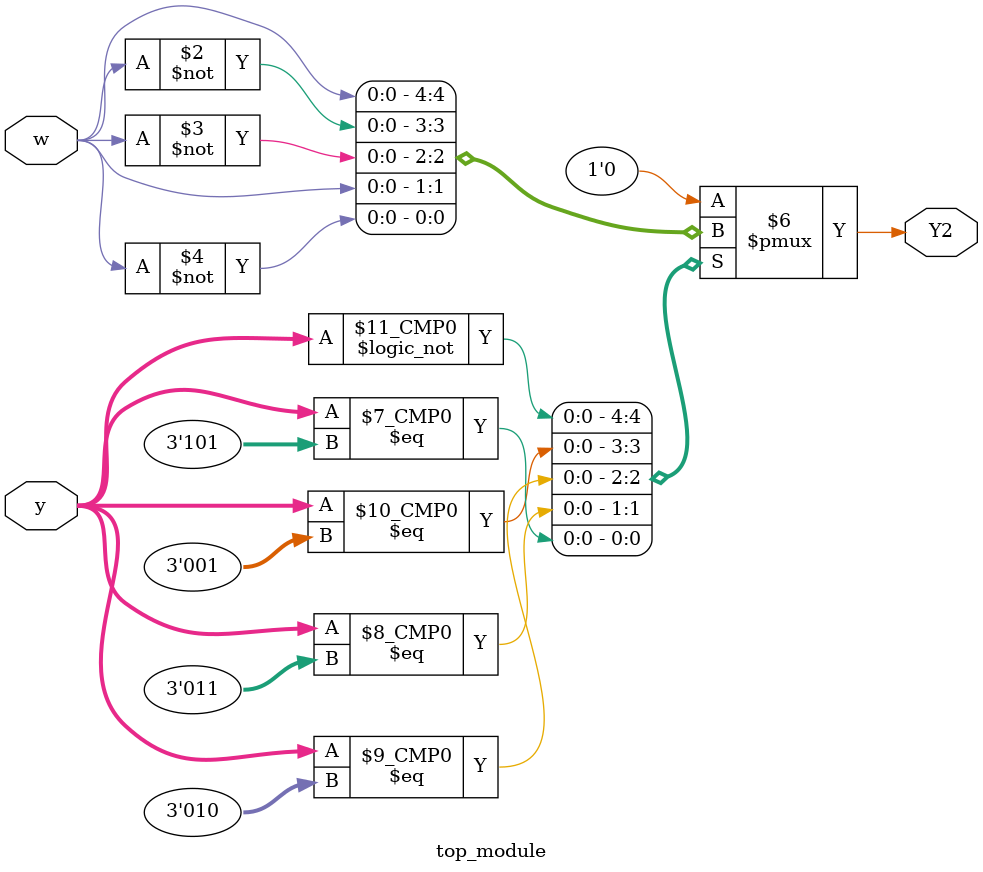
<source format=sv>
module top_module(
    input [3:1] y,
    input w,
    output reg Y2
);

always @(*) begin
    case (y)
        3'b000: // State A
            Y2 = w;
        3'b001: // State B
            Y2 = ~w;
        3'b010: // State C
            Y2 = ~w;
        3'b011: // State D
            Y2 = w;
        3'b100: // State E
            Y2 = 1'b0;
        3'b101: // State F
            Y2 = ~w;
        default:
            Y2 = 1'b0;
    endcase
end

endmodule

</source>
